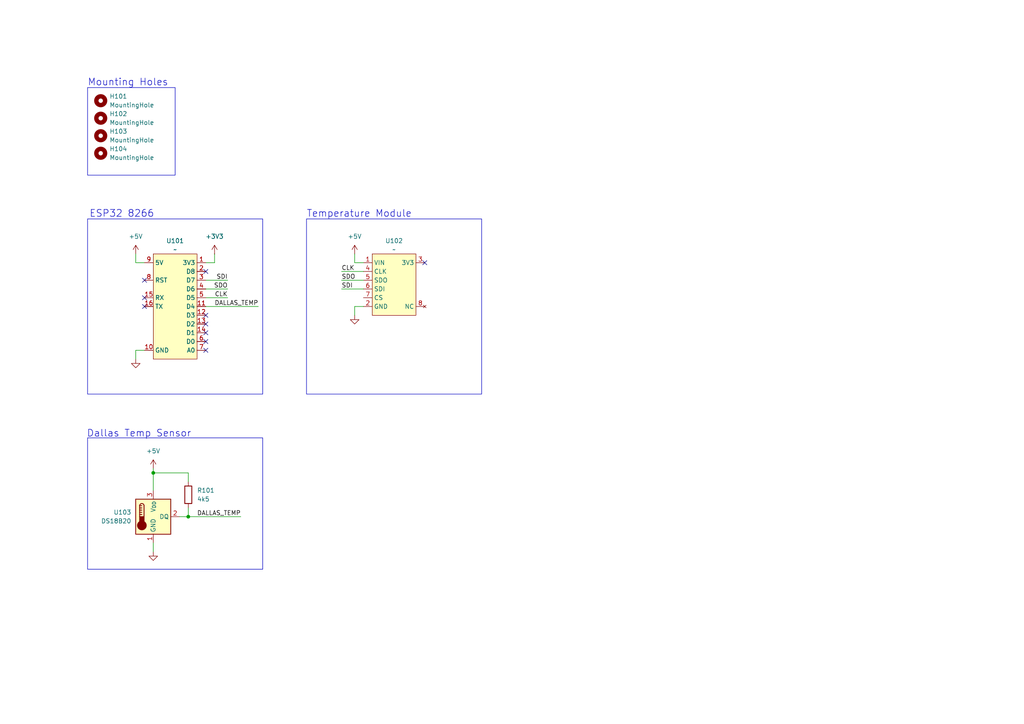
<source format=kicad_sch>
(kicad_sch (version 20231120) (generator "eeschema") (generator_version "8.0")
  (paper "A4")
  (lib_symbols
    (symbol "Device:R" (pin_numbers hide) (pin_names (offset 0))
      (property "Reference" "R" (at 2.032 0 90))
      (property "Value" "R" (at 0 0 90))
      (symbol "R_0_1"
        (rectangle (start -1.016 -2.54) (end 1.016 2.54) (stroke (width 0.254)))
      )
      (symbol "R_1_1"
        (pin passive line (at 0 3.81 270) (length 1.27) (name "~") (number "1"))
        (pin passive line (at 0 -3.81 90) (length 1.27) (name "~") (number "2"))
      )
    )
    (symbol "Mechanical:MountingHole" (pin_names (offset 1.016)) (exclude_from_sim yes) (in_bom no)
      (property "Reference" "H" (at 0 5.08 0))
      (property "Value" "MountingHole" (at 0 3.175 0))
      (symbol "MountingHole_0_1"
        (circle (center 0 0) (radius 1.27) (stroke (width 1.27)))
      )
    )
    (symbol "Sensor_Temperature:DS18B20"
      (property "Reference" "U" (at -3.81 6.35 0))
      (property "Value" "DS18B20" (at 6.35 6.35 0))
      (symbol "DS18B20_0_1"
        (rectangle (start -5.08 5.08) (end 5.08 -5.08) (stroke (width 0.254)) (fill (type background)))
        (circle (center -3.302 -2.54) (radius 1.27) (stroke (width 0.254)) (fill (type outline)))
        (rectangle (start -2.667 -1.905) (end -3.937 0) (stroke (width 0.254)) (fill (type outline)))
        (arc (start -2.667 3.175) (mid -3.302 3.8073) (end -3.937 3.175) (stroke (width 0.254)))
        (polyline (pts (xy -3.937 0.635) (xy -3.302 0.635)) (stroke (width 0.254)))
        (polyline (pts (xy -3.937 1.27) (xy -3.302 1.27)) (stroke (width 0.254)))
        (polyline (pts (xy -3.937 1.905) (xy -3.302 1.905)) (stroke (width 0.254)))
        (polyline (pts (xy -3.937 2.54) (xy -3.302 2.54)) (stroke (width 0.254)))
        (polyline (pts (xy -3.937 3.175) (xy -3.937 0)) (stroke (width 0.254)))
        (polyline (pts (xy -3.937 3.175) (xy -3.302 3.175)) (stroke (width 0.254)))
        (polyline (pts (xy -2.667 3.175) (xy -2.667 0)) (stroke (width 0.254)))
      )
      (symbol "DS18B20_1_1"
        (pin power_in line (at 0 -7.62 90) (length 2.54) (name "GND") (number "1"))
        (pin bidirectional line (at 7.62 0 180) (length 2.54) (name "DQ") (number "2"))
        (pin power_in line (at 0 7.62 270) (length 2.54) (name "V_{DD}") (number "3"))
      )
    )
    (symbol "power:+3V3" (power) (pin_numbers hide) (pin_names (offset 0) hide)
      (property "Value" "+3V3" (at 0 3.556 0))
      (symbol "+3V3_0_1"
        (polyline (pts (xy -0.762 1.27) (xy 0 2.54)))
        (polyline (pts (xy 0 0) (xy 0 2.54)))
        (polyline (pts (xy 0 2.54) (xy 0.762 1.27)))
      )
      (symbol "+3V3_1_1"
        (pin power_in line (at 0 0 90) (length 0) (name "~") (number "1"))
      )
    )
    (symbol "power:+5V" (power) (pin_numbers hide) (pin_names (offset 0) hide)
      (property "Value" "+5V" (at 0 3.556 0))
      (symbol "+5V_0_1"
        (polyline (pts (xy -0.762 1.27) (xy 0 2.54)))
        (polyline (pts (xy 0 0) (xy 0 2.54)))
        (polyline (pts (xy 0 2.54) (xy 0.762 1.27)))
      )
      (symbol "+5V_1_1"
        (pin power_in line (at 0 0 90) (length 0) (name "~") (number "1"))
      )
    )
    (symbol "power:GND" (power) (pin_numbers hide) (pin_names (offset 0) hide)
      (property "Value" "GND" (at 0 -3.81 0))
      (symbol "GND_0_1"
        (polyline (pts (xy 0 0) (xy 0 -1.27) (xy 1.27 -1.27) (xy 0 -2.54) (xy -1.27 -1.27) (xy 0 -1.27)))
      )
      (symbol "GND_1_1"
        (pin power_in line (at 0 0 270) (length 0) (name "~") (number "1"))
      )
    )
    (symbol "temperature_sensor_symbols:ESP"
      (property "Reference" "U" (at 0 1.016 0))
      (symbol "ESP_1_1"
        (rectangle (start -6.35 0) (end 6.35 -30.48) (fill (type background)))
        (pin power_out line (at 8.89 -2.54 180) (length 2.54) (name "3V3") (number "1"))
        (pin power_in line (at -8.89 -27.94 0) (length 2.54) (name "GND") (number "10"))
        (pin output line (at 8.89 -15.24 180) (length 2.54) (name "D4") (number "11"))
        (pin output line (at 8.89 -17.78 180) (length 2.54) (name "D3") (number "12"))
        (pin output line (at 8.89 -20.32 180) (length 2.54) (name "D2") (number "13"))
        (pin output line (at 8.89 -22.86 180) (length 2.54) (name "D1") (number "14"))
        (pin input line (at -8.89 -12.7 0) (length 2.54) (name "RX") (number "15"))
        (pin input line (at -8.89 -15.24 0) (length 2.54) (name "TX") (number "16"))
        (pin output line (at 8.89 -5.08 180) (length 2.54) (name "D8") (number "2"))
        (pin output line (at 8.89 -7.62 180) (length 2.54) (name "D7") (number "3"))
        (pin output line (at 8.89 -10.16 180) (length 2.54) (name "D6") (number "4"))
        (pin output line (at 8.89 -12.7 180) (length 2.54) (name "D5") (number "5"))
        (pin output line (at 8.89 -25.4 180) (length 2.54) (name "D0") (number "6"))
        (pin output line (at 8.89 -27.94 180) (length 2.54) (name "A0") (number "7"))
        (pin input line (at -8.89 -7.62 0) (length 2.54) (name "RST") (number "8"))
        (pin power_in line (at -8.89 -2.54 0) (length 2.54) (name "5V") (number "9"))
      )
    )
    (symbol "temperature_sensor_symbols:TEMP"
      (property "Reference" "U" (at 0 1.27 0))
      (symbol "TEMP_1_1"
        (rectangle (start -6.35 0) (end 6.35 -17.78) (fill (type background)))
        (pin power_in line (at -8.89 -2.54 0) (length 2.54) (name "VIN") (number "1"))
        (pin power_in line (at -8.89 -15.24 0) (length 2.54) (name "GND") (number "2"))
        (pin power_out line (at 8.89 -2.54 180) (length 2.54) (name "3V3") (number "3"))
        (pin input line (at -8.89 -5.08 0) (length 2.54) (name "CLK") (number "4"))
        (pin input line (at -8.89 -7.62 0) (length 2.54) (name "SDO") (number "5"))
        (pin input line (at -8.89 -10.16 0) (length 2.54) (name "SDI") (number "6"))
        (pin input line (at -8.89 -12.7 0) (length 2.54) (name "CS") (number "7"))
        (pin no_connect line (at 8.89 -15.24 180) (length 2.54) (name "NC") (number "8"))
      )
    )
  )
  (junction (at 54.61 149.86))
  (junction (at 44.45 137.16))
  (no_connect (at 41.91 81.28))
  (no_connect (at 59.69 99.06))
  (no_connect (at 41.91 86.36))
  (no_connect (at 59.69 101.6))
  (no_connect (at 59.69 96.52))
  (no_connect (at 123.19 76.2))
  (no_connect (at 59.69 91.44))
  (no_connect (at 59.69 78.74))
  (no_connect (at 41.91 88.9))
  (no_connect (at 59.69 93.98))
  (wire (pts (xy 59.69 88.9) (xy 74.93 88.9)))
  (wire (pts (xy 54.61 137.16) (xy 44.45 137.16)))
  (wire (pts (xy 99.06 78.74) (xy 105.41 78.74)))
  (wire (pts (xy 99.06 81.28) (xy 105.41 81.28)))
  (wire (pts (xy 62.23 73.66) (xy 62.23 76.2)))
  (wire (pts (xy 102.87 73.66) (xy 102.87 76.2)))
  (wire (pts (xy 44.45 160.02) (xy 44.45 157.48)))
  (wire (pts (xy 59.69 86.36) (xy 66.04 86.36)))
  (wire (pts (xy 62.23 76.2) (xy 59.69 76.2)))
  (wire (pts (xy 102.87 91.44) (xy 102.87 88.9)))
  (wire (pts (xy 54.61 147.32) (xy 54.61 149.86)))
  (wire (pts (xy 99.06 83.82) (xy 105.41 83.82)))
  (wire (pts (xy 102.87 88.9) (xy 105.41 88.9)))
  (wire (pts (xy 54.61 149.86) (xy 52.07 149.86)))
  (wire (pts (xy 54.61 139.7) (xy 54.61 137.16)))
  (wire (pts (xy 39.37 76.2) (xy 41.91 76.2)))
  (wire (pts (xy 44.45 137.16) (xy 44.45 142.24)))
  (wire (pts (xy 59.69 81.28) (xy 66.04 81.28)))
  (wire (pts (xy 41.91 101.6) (xy 39.37 101.6)))
  (wire (pts (xy 69.85 149.86) (xy 54.61 149.86)))
  (wire (pts (xy 39.37 73.66) (xy 39.37 76.2)))
  (wire (pts (xy 102.87 76.2) (xy 105.41 76.2)))
  (wire (pts (xy 39.37 101.6) (xy 39.37 104.14)))
  (wire (pts (xy 44.45 135.89) (xy 44.45 137.16)))
  (wire (pts (xy 59.69 83.82) (xy 66.04 83.82)))
  (rectangle (start 25.4 25.4) (end 50.8 50.8))
  (rectangle (start 25.4 127) (end 76.2 165.1))
  (rectangle (start 25.4 63.5) (end 76.2 114.3))
  (rectangle (start 88.9 63.5) (end 139.7 114.3))
  (text "Temperature Module" (at 88.9 63.246 0) (effects (font (size 2 2)) (justify left bottom)))
  (text "Dallas Temp Sensor" (at 25.146 127 0) (effects (font (size 2 2)) (justify left bottom)))
  (text "ESP32 8266" (at 25.908 63.246 0) (effects (font (size 2 2)) (justify left bottom)))
  (text "Mounting Holes" (at 25.4 25.146 0) (effects (font (size 2 2)) (justify left bottom)))
  (label "CLK" (at 99.06 78.74 0))
  (label "SDO" (at 99.06 81.28 0))
  (label "CLK" (at 66.04 86.36 180))
  (label "SDI" (at 99.06 83.82 0))
  (label "SDI" (at 66.04 81.28 180))
  (label "SDO" (at 66.04 83.82 180))
  (label "DALLAS_TEMP" (at 69.85 149.86 180))
  (label "DALLAS_TEMP" (at 74.93 88.9 180))
  (symbol (lib_id "Mechanical:MountingHole") (at 29.21 34.29 0) (unit 1) (exclude_from_sim yes) (in_bom no)
    (property "Reference" "H102" (at 31.75 33.0199 0) (effects (justify left)))
    (property "Value" "MountingHole" (at 31.75 35.5599 0) (effects (justify left)))
    (property "Footprint" "MountingHole:MountingHole_2.5mm" (effects (hide yes)))
    (property "Description" "Mounting Hole without connection" (effects (hide yes)))
  )
  (symbol (lib_id "Mechanical:MountingHole") (at 29.21 39.37 0) (unit 1) (exclude_from_sim yes) (in_bom no)
    (property "Reference" "H103" (at 31.75 38.0999 0) (effects (justify left)))
    (property "Value" "MountingHole" (at 31.75 40.6399 0) (effects (justify left)))
    (property "Footprint" "MountingHole:MountingHole_2.5mm" (effects (hide yes)))
    (property "Description" "Mounting Hole without connection" (effects (hide yes)))
  )
  (symbol (lib_id "Sensor_Temperature:DS18B20") (at 44.45 149.86 0) (unit 1)
    (property "Reference" "U103" (at 38.1 148.5899 0) (effects (justify right)))
    (property "Value" "DS18B20" (at 38.1 151.1299 0) (effects (justify right)))
    (property "Footprint" "Package_TO_SOT_THT:TO-92_Inline" (effects (hide yes)))
    (property "Datasheet" "http://datasheets.maximintegrated.com/en/ds/DS18B20.pdf" (effects (hide yes)))
    (property "Description" "Programmable Resolution 1-Wire Digital Thermometer TO-92" (effects (hide yes)))
  )
  (symbol (lib_id "Mechanical:MountingHole") (at 29.21 44.45 0) (unit 1) (exclude_from_sim yes) (in_bom no)
    (property "Reference" "H104" (at 31.75 43.1799 0) (effects (justify left)))
    (property "Value" "MountingHole" (at 31.75 45.7199 0) (effects (justify left)))
    (property "Footprint" "MountingHole:MountingHole_2.5mm" (effects (hide yes)))
    (property "Description" "Mounting Hole without connection" (effects (hide yes)))
  )
  (symbol (lib_id "power:+5V") (at 44.45 135.89 0) (unit 1)
    (property "Reference" "#PWR0107" (effects (hide yes)))
    (property "Value" "+5V" (at 44.45 130.81 0))
    (property "Description" "Power symbol creates a global label with name \"+5V\"" (effects (hide yes)))
  )
  (symbol (lib_id "power:+3V3") (at 62.23 73.66 0) (unit 1)
    (property "Reference" "#PWR0103" (effects (hide yes)))
    (property "Value" "+3V3" (at 62.23 68.58 0))
    (property "Description" "Power symbol creates a global label with name \"+3V3\"" (effects (hide yes)))
  )
  (symbol (lib_id "power:+5V") (at 102.87 73.66 0) (unit 1)
    (property "Reference" "#PWR0104" (effects (hide yes)))
    (property "Value" "+5V" (at 102.87 68.58 0))
    (property "Description" "Power symbol creates a global label with name \"+5V\"" (effects (hide yes)))
  )
  (symbol (lib_id "power:GND") (at 102.87 91.44 0) (unit 1)
    (property "Reference" "#PWR0105" (effects (hide yes)))
    (property "Value" "GND" (effects (hide yes)))
    (property "Description" "Power symbol creates a global label with name \"GND\" , ground" (effects (hide yes)))
  )
  (symbol (lib_id "power:+5V") (at 39.37 73.66 0) (unit 1)
    (property "Reference" "#PWR0101" (effects (hide yes)))
    (property "Value" "+5V" (at 39.37 68.58 0))
    (property "Description" "Power symbol creates a global label with name \"+5V\"" (effects (hide yes)))
  )
  (symbol (lib_id "Mechanical:MountingHole") (at 29.21 29.21 0) (unit 1) (exclude_from_sim yes) (in_bom no)
    (property "Reference" "H101" (at 31.75 27.9399 0) (effects (justify left)))
    (property "Value" "MountingHole" (at 31.75 30.4799 0) (effects (justify left)))
    (property "Footprint" "MountingHole:MountingHole_2.5mm" (effects (hide yes)))
    (property "Description" "Mounting Hole without connection" (effects (hide yes)))
  )
  (symbol (lib_id "Device:R") (at 54.61 143.51 0) (unit 1)
    (property "Reference" "R101" (at 57.15 142.2399 0) (effects (justify left)))
    (property "Value" "4k5" (at 57.15 144.7799 0) (effects (justify left)))
    (property "Footprint" "Resistor_THT:R_Axial_DIN0204_L3.6mm_D1.6mm_P5.08mm_Horizontal" (effects (hide yes)))
    (property "Description" "Resistor" (effects (hide yes)))
  )
  (symbol (lib_id "temperature_sensor_symbols:ESP") (at 50.8 73.66 0) (unit 1)
    (property "Reference" "U101" (at 50.8 69.85 0))
    (property "Value" "~" (at 50.8 72.39 0))
    (property "Footprint" "temperature_sensor_footprints:ESP" (effects (hide yes)))
  )
  (symbol (lib_id "power:GND") (at 39.37 104.14 0) (unit 1)
    (property "Reference" "#PWR0102" (effects (hide yes)))
    (property "Value" "GND" (effects (hide yes)))
    (property "Description" "Power symbol creates a global label with name \"GND\" , ground" (effects (hide yes)))
  )
  (symbol (lib_id "power:GND") (at 44.45 160.02 0) (unit 1)
    (property "Reference" "#PWR0106" (effects (hide yes)))
    (property "Value" "GND" (effects (hide yes)))
    (property "Description" "Power symbol creates a global label with name \"GND\" , ground" (effects (hide yes)))
  )
  (symbol (lib_id "temperature_sensor_symbols:TEMP") (at 114.3 73.66 0) (unit 1)
    (property "Reference" "U102" (at 114.3 69.85 0))
    (property "Value" "~" (at 114.3 72.39 0))
    (property "Footprint" "temperature_sensor_footprints:Temperature_module" (effects (hide yes)))
  )
)
</source>
